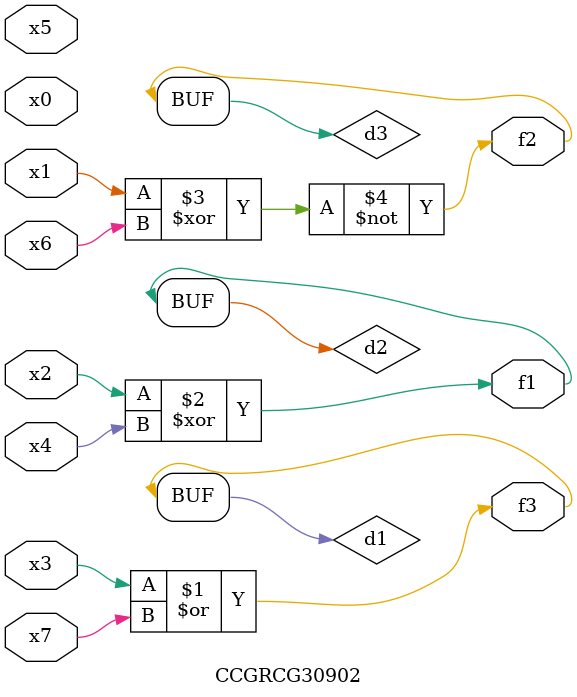
<source format=v>
module CCGRCG30902(
	input x0, x1, x2, x3, x4, x5, x6, x7,
	output f1, f2, f3
);

	wire d1, d2, d3;

	or (d1, x3, x7);
	xor (d2, x2, x4);
	xnor (d3, x1, x6);
	assign f1 = d2;
	assign f2 = d3;
	assign f3 = d1;
endmodule

</source>
